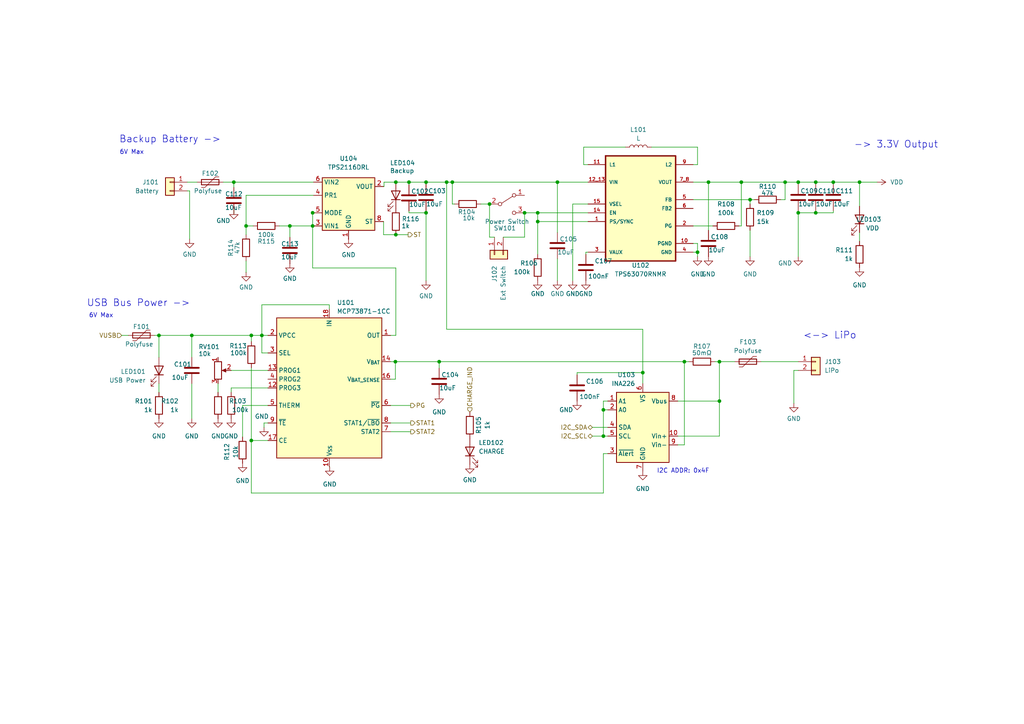
<source format=kicad_sch>
(kicad_sch (version 20250114) (generator "eeschema") (generator_version "9.0")
  (paper "A4")
  (lib_symbols
    (symbol "Battery_Management:MCP73871-1CC"
      (property "Reference" "U" (at -7.62 24.13 0))
      (property "Value" "MCP73871-1CC" (at -15.24 21.59 0))
      (symbol "MCP73871-1CC_0_1"
        (rectangle (start -15.24 20.32) (end 15.24 -20.32) (stroke (width 0.254)) (fill (type background)))
      )
      (symbol "MCP73871-1CC_1_1"
        (pin input line (at -17.78 15.24 0) (length 2.54) (name "VPCC") (number "2"))
        (pin input line (at -17.78 10.16 0) (length 2.54) (name "SEL") (number "3"))
        (pin bidirectional line (at -17.78 5.08 0) (length 2.54) (name "PROG1") (number "13"))
        (pin input line (at -17.78 2.54 0) (length 2.54) (name "PROG2") (number "4"))
        (pin bidirectional line (at -17.78 0 0) (length 2.54) (name "PROG3") (number "12"))
        (pin bidirectional line (at -17.78 -5.08 0) (length 2.54) (name "THERM") (number "5"))
        (pin input line (at -17.78 -10.16 0) (length 2.54) (name "~{TE}") (number "9"))
        (pin input line (at -17.78 -15.24 0) (length 2.54) (name "CE") (number "17"))
        (pin power_in line (at 0 22.86 270) (length 2.54) (name "IN") (number "18"))
        (pin passive line (at 0 22.86 270) (length 2.54) (hide yes) (name "IN") (number "19"))
        (pin power_in line (at 0 -22.86 90) (length 2.54) (name "V_{SS}") (number "10"))
        (pin passive line (at 0 -22.86 90) (length 2.54) (hide yes) (name "V_{SS}") (number "11"))
        (pin passive line (at 0 -22.86 90) (length 2.54) (hide yes) (name "V_{SS}") (number "21"))
        (pin power_out line (at 17.78 15.24 180) (length 2.54) (name "OUT") (number "1"))
        (pin passive line (at 17.78 15.24 180) (length 2.54) (hide yes) (name "OUT") (number "20"))
        (pin power_out line (at 17.78 7.62 180) (length 2.54) (name "V_{BAT}") (number "14"))
        (pin passive line (at 17.78 7.62 180) (length 2.54) (hide yes) (name "V_{BAT}") (number "15"))
        (pin input line (at 17.78 2.54 180) (length 2.54) (name "V_{BAT_SENSE}") (number "16"))
        (pin open_collector line (at 17.78 -5.08 180) (length 2.54) (name "~{PG}") (number "6"))
        (pin open_collector line (at 17.78 -10.16 180) (length 2.54) (name "STAT1/~{LBO}") (number "8"))
        (pin open_collector line (at 17.78 -12.7 180) (length 2.54) (name "STAT2") (number "7"))
      )
    )
    (symbol "Connector_Generic:Conn_01x02" (pin_names (offset 1.016) (hide yes))
      (property "Reference" "J" (at 0 2.54 0))
      (property "Value" "Conn_01x02" (at 0 -5.08 0))
      (symbol "Conn_01x02_1_1"
        (rectangle (start -1.27 1.27) (end 1.27 -3.81) (stroke (width 0.254)) (fill (type background)))
        (rectangle (start -1.27 0.127) (end 0 -0.127) (stroke (width 0.1524)))
        (rectangle (start -1.27 -2.413) (end 0 -2.667) (stroke (width 0.1524)))
        (pin passive line (at -5.08 0 0) (length 3.81) (name "Pin_1") (number "1"))
        (pin passive line (at -5.08 -2.54 0) (length 3.81) (name "Pin_2") (number "2"))
      )
    )
    (symbol "Device:C" (pin_numbers (hide yes)) (pin_names (offset 0.254))
      (property "Reference" "C" (at 0.635 2.54 0))
      (property "Value" "C" (at 0.635 -2.54 0))
      (symbol "C_0_1"
        (polyline (pts (xy -2.032 0.762) (xy 2.032 0.762)) (stroke (width 0.508)))
        (polyline (pts (xy -2.032 -0.762) (xy 2.032 -0.762)) (stroke (width 0.508)))
      )
      (symbol "C_1_1"
        (pin passive line (at 0 3.81 270) (length 2.794) (name "~") (number "1"))
        (pin passive line (at 0 -3.81 90) (length 2.794) (name "~") (number "2"))
      )
    )
    (symbol "Device:L" (pin_numbers (hide yes)) (pin_names (offset 1.016) (hide yes))
      (property "Reference" "L" (at -1.27 0 90))
      (property "Value" "L" (at 1.905 0 90))
      (symbol "L_0_1"
        (arc (start 0 2.54) (mid 0.6323 1.905) (end 0 1.27))
        (arc (start 0 1.27) (mid 0.6323 0.635) (end 0 0))
        (arc (start 0 0) (mid 0.6323 -0.635) (end 0 -1.27))
        (arc (start 0 -1.27) (mid 0.6323 -1.905) (end 0 -2.54))
      )
      (symbol "L_1_1"
        (pin passive line (at 0 3.81 270) (length 1.27) (name "1") (number "1"))
        (pin passive line (at 0 -3.81 90) (length 1.27) (name "2") (number "2"))
      )
    )
    (symbol "Device:LED" (pin_numbers (hide yes)) (pin_names (offset 1.016) (hide yes))
      (property "Reference" "D" (at 0 2.54 0))
      (property "Value" "LED" (at 0 -2.54 0))
      (symbol "LED_0_1"
        (polyline (pts (xy -3.048 -0.762) (xy -4.572 -2.286) (xy -3.81 -2.286) (xy -4.572 -2.286) (xy -4.572 -1.524)))
        (polyline (pts (xy -1.778 -0.762) (xy -3.302 -2.286) (xy -2.54 -2.286) (xy -3.302 -2.286) (xy -3.302 -1.524)))
        (polyline (pts (xy -1.27 0) (xy 1.27 0)))
        (polyline (pts (xy -1.27 -1.27) (xy -1.27 1.27)) (stroke (width 0.254)))
        (polyline (pts (xy 1.27 -1.27) (xy 1.27 1.27) (xy -1.27 0) (xy 1.27 -1.27)) (stroke (width 0.254)))
      )
      (symbol "LED_1_1"
        (pin passive line (at -3.81 0 0) (length 2.54) (name "K") (number "1"))
        (pin passive line (at 3.81 0 180) (length 2.54) (name "A") (number "2"))
      )
    )
    (symbol "Device:Polyfuse" (pin_numbers (hide yes)) (pin_names (offset 0))
      (property "Reference" "F" (at -2.54 0 90))
      (property "Value" "Polyfuse" (at 2.54 0 90))
      (symbol "Polyfuse_0_1"
        (polyline (pts (xy -1.524 2.54) (xy -1.524 1.524) (xy 1.524 -1.524) (xy 1.524 -2.54)))
        (rectangle (start -0.762 2.54) (end 0.762 -2.54) (stroke (width 0.254)))
        (polyline (pts (xy 0 2.54) (xy 0 -2.54)))
      )
      (symbol "Polyfuse_1_1"
        (pin passive line (at 0 3.81 270) (length 1.27) (name "~") (number "1"))
        (pin passive line (at 0 -3.81 90) (length 1.27) (name "~") (number "2"))
      )
    )
    (symbol "Device:R" (pin_numbers (hide yes)) (pin_names (offset 0))
      (property "Reference" "R" (at 2.032 0 90))
      (property "Value" "R" (at 0 0 90))
      (symbol "R_0_1"
        (rectangle (start -1.016 -2.54) (end 1.016 2.54) (stroke (width 0.254)))
      )
      (symbol "R_1_1"
        (pin passive line (at 0 3.81 270) (length 1.27) (name "~") (number "1"))
        (pin passive line (at 0 -3.81 90) (length 1.27) (name "~") (number "2"))
      )
    )
    (symbol "Device:R_Potentiometer" (pin_names (offset 1.016) (hide yes))
      (property "Reference" "RV" (at -4.445 0 90))
      (property "Value" "R_Potentiometer" (at -2.54 0 90))
      (symbol "R_Potentiometer_0_1"
        (rectangle (start 1.016 2.54) (end -1.016 -2.54) (stroke (width 0.254)))
        (polyline (pts (xy 1.143 0) (xy 2.286 0.508) (xy 2.286 -0.508) (xy 1.143 0)) (fill (type outline)))
        (polyline (pts (xy 2.54 0) (xy 1.524 0)))
      )
      (symbol "R_Potentiometer_1_1"
        (pin passive line (at 0 3.81 270) (length 1.27) (name "1") (number "1"))
        (pin passive line (at 0 -3.81 90) (length 1.27) (name "3") (number "3"))
        (pin passive line (at 3.81 0 180) (length 1.27) (name "2") (number "2"))
      )
    )
    (symbol "GND_1" (power) (pin_numbers (hide yes)) (pin_names (offset 0) (hide yes))
      (property "Value" "GND" (at 0 -3.81 0))
      (symbol "GND_1_0_1"
        (polyline (pts (xy 0 0) (xy 0 -1.27) (xy 1.27 -1.27) (xy 0 -2.54) (xy -1.27 -1.27) (xy 0 -1.27)))
      )
      (symbol "GND_1_1_1"
        (pin power_in line (at 0 0 270) (length 0) (name "~") (number "1"))
      )
    )
    (symbol "GND_2" (power) (pin_numbers (hide yes)) (pin_names (offset 0) (hide yes))
      (property "Value" "GND" (at 0 -3.81 0))
      (symbol "GND_2_0_1"
        (polyline (pts (xy 0 0) (xy 0 -1.27) (xy 1.27 -1.27) (xy 0 -2.54) (xy -1.27 -1.27) (xy 0 -1.27)))
      )
      (symbol "GND_2_1_1"
        (pin power_in line (at 0 0 270) (length 0) (name "~") (number "1"))
      )
    )
    (symbol "Power_Management:TPS2116DRL"
      (property "Reference" "U306" (at 0 13.208 0))
      (property "Value" "TPS2116DRL" (at 0 10.668 0))
      (symbol "TPS2116DRL_0_1"
        (rectangle (start -7.62 7.62) (end 7.62 -7.62) (stroke (width 0.254)) (fill (type background)))
      )
      (symbol "TPS2116DRL_1_0"
        (pin power_out line (at 10.16 5.08 180) (length 2.54) (hide yes) (name "VOUT") (number "7"))
      )
      (symbol "TPS2116DRL_1_1"
        (pin power_in line (at -10.16 6.35 0) (length 2.54) (name "VIN2") (number "6"))
        (pin input line (at -10.16 2.54 0) (length 2.54) (name "PR1") (number "4"))
        (pin input line (at -10.16 -2.54 0) (length 2.54) (name "MODE") (number "5"))
        (pin power_in line (at -10.16 -6.35 0) (length 2.54) (name "VIN1") (number "3"))
        (pin power_in line (at 0 -10.16 90) (length 2.54) (name "GND") (number "1"))
        (pin power_out line (at 10.16 5.08 180) (length 2.54) (name "VOUT") (number "2"))
        (pin open_collector line (at 10.16 -5.08 180) (length 2.54) (name "ST") (number "8"))
      )
    )
    (symbol "Sensor_Energy:INA226"
      (property "Reference" "U" (at -6.35 11.43 0))
      (property "Value" "INA226" (at 3.81 11.43 0))
      (symbol "INA226_0_1"
        (rectangle (start 7.62 10.16) (end -7.62 -10.16) (stroke (width 0.254)) (fill (type background)))
      )
      (symbol "INA226_1_1"
        (pin input line (at -10.16 7.62 0) (length 2.54) (name "Vbus") (number "8"))
        (pin input line (at -10.16 -2.54 0) (length 2.54) (name "Vin+") (number "10"))
        (pin input line (at -10.16 -5.08 0) (length 2.54) (name "Vin-") (number "9"))
        (pin power_in line (at 0 12.7 270) (length 2.54) (name "VS") (number "6"))
        (pin power_in line (at 0 -12.7 90) (length 2.54) (name "GND") (number "7"))
        (pin input line (at 10.16 7.62 180) (length 2.54) (name "A1") (number "1"))
        (pin input line (at 10.16 5.08 180) (length 2.54) (name "A0") (number "2"))
        (pin bidirectional line (at 10.16 0 180) (length 2.54) (name "SDA") (number "4"))
        (pin input line (at 10.16 -2.54 180) (length 2.54) (name "SCL") (number "5"))
        (pin open_collector line (at 10.16 -7.62 180) (length 2.54) (name "~{Alert}") (number "3"))
      )
    )
    (symbol "Switch:SW_SPDT" (pin_names (offset 0) (hide yes))
      (property "Reference" "SW" (at 0 4.318 0))
      (property "Value" "SW_SPDT" (at 0 -5.08 0))
      (symbol "SW_SPDT_0_0"
        (circle (center -2.032 0) (radius 0.508))
        (circle (center 2.032 -2.54) (radius 0.508))
      )
      (symbol "SW_SPDT_0_1"
        (polyline (pts (xy -1.524 0.254) (xy 1.651 2.286)))
        (circle (center 2.032 2.54) (radius 0.508))
      )
      (symbol "SW_SPDT_1_1"
        (pin passive line (at -5.08 0 0) (length 2.54) (name "B") (number "2"))
        (pin passive line (at 5.08 2.54 180) (length 2.54) (name "A") (number "1"))
        (pin passive line (at 5.08 -2.54 180) (length 2.54) (name "C") (number "3"))
      )
    )
    (symbol "WOBCLibrary:TPS63070RNMR" (pin_names (offset 1.016))
      (property "Reference" "U" (at -12.7 29.21 0))
      (property "Value" "TPS63070RNMR" (at -12.7 -19.24 0))
      (symbol "TPS63070RNMR_0_0"
        (rectangle (start -10.16 15.24) (end 10.16 -15.24) (stroke (width 0.41)) (fill (type background)))
        (pin bidirectional line (at -15.24 12.7 0) (length 5.08) (name "L1") (number "11"))
        (pin input line (at -15.24 7.62 0) (length 5.08) (name "VIN") (number "12_13"))
        (pin input line (at -15.24 1.27 0) (length 5.08) (name "VSEL") (number "15"))
        (pin input line (at -15.24 -1.27 0) (length 5.08) (name "EN") (number "14"))
        (pin input line (at -15.24 -3.81 0) (length 5.08) (name "PS/SYNC") (number "1"))
        (pin output line (at -15.24 -12.7 0) (length 5.08) (name "VAUX") (number "3"))
        (pin bidirectional line (at 15.24 12.7 180) (length 5.08) (name "L2") (number "9"))
        (pin output line (at 15.24 7.62 180) (length 5.08) (name "VOUT") (number "7_8"))
        (pin input line (at 15.24 2.54 180) (length 5.08) (name "FB") (number "5"))
        (pin output line (at 15.24 0 180) (length 5.08) (name "FB2") (number "6"))
        (pin output line (at 15.24 -5.08 180) (length 5.08) (name "PG") (number "2"))
        (pin power_in line (at 15.24 -10.16 180) (length 5.08) (name "PGND") (number "10"))
        (pin power_in line (at 15.24 -12.7 180) (length 5.08) (name "GND") (number "4"))
      )
    )
    (symbol "power:GND" (power) (pin_names (offset 0))
      (property "Value" "GND" (at 0 -3.81 0))
      (symbol "GND_0_1"
        (polyline (pts (xy 0 0) (xy 0 -1.27) (xy 1.27 -1.27) (xy 0 -2.54) (xy -1.27 -1.27) (xy 0 -1.27)))
      )
      (symbol "GND_1_1"
        (pin power_in line (at 0 0 270) (length 0) (hide yes) (name "GND") (number "1"))
      )
    )
    (symbol "power:VDD" (power) (pin_names (offset 0))
      (property "Value" "VDD" (at 0 3.81 0))
      (symbol "VDD_0_1"
        (polyline (pts (xy -0.762 1.27) (xy 0 2.54)))
        (polyline (pts (xy 0 2.54) (xy 0.762 1.27)))
        (polyline (pts (xy 0 0) (xy 0 2.54)))
      )
      (symbol "VDD_1_1"
        (pin power_in line (at 0 0 90) (length 0) (hide yes) (name "VDD") (number "1"))
      )
    )
  )
  (text "USB Bus Power ->" (at 25.146 89.154 0) (effects (font (size 2 2)) (justify left bottom)))
  (text "6V Max" (at 25.781 92.329 0) (effects (font (size 1.27 1.27)) (justify left bottom)))
  (text "Backup Battery ->" (at 34.544 41.656 0) (effects (font (size 2 2)) (justify left bottom)))
  (text "6V Max" (at 34.671 44.958 0) (effects (font (size 1.27 1.27)) (justify left bottom)))
  (text "I2C ADDR: 0x4F" (at 190.5 137.414 0) (effects (font (size 1.27 1.27)) (justify left bottom)))
  (text "<-> LiPo" (at 232.918 98.552 0) (effects (font (size 2 2)) (justify left bottom)))
  (text "-> 3.3V Output" (at 247.65 43.18 0) (effects (font (size 2 2)) (justify left bottom)))
  (junction (at 67.818 52.832))
  (junction (at 215.011 52.832))
  (junction (at 231.521 61.722))
  (junction (at 155.956 64.262))
  (junction (at 227.711 52.832))
  (junction (at 202.311 73.152))
  (junction (at 90.678 65.532))
  (junction (at 217.551 57.912))
  (junction (at 236.601 61.722))
  (junction (at 186.436 108.077))
  (junction (at 46.101 97.282))
  (junction (at 161.671 52.832))
  (junction (at 114.808 68.072))
  (junction (at 118.618 52.832))
  (junction (at 175.006 126.492))
  (junction (at 231.521 52.832))
  (junction (at 198.501 104.902))
  (junction (at 123.571 61.722))
  (junction (at 236.601 52.832))
  (junction (at 84.074 65.532))
  (junction (at 90.678 61.722))
  (junction (at 114.681 104.902))
  (junction (at 55.626 97.282))
  (junction (at 71.374 65.532))
  (junction (at 175.006 118.872))
  (junction (at 129.54 52.832))
  (junction (at 75.946 97.282))
  (junction (at 208.661 116.332))
  (junction (at 123.571 52.832))
  (junction (at 249.301 52.832))
  (junction (at 141.986 59.182))
  (junction (at 72.898 97.282))
  (junction (at 241.681 52.832))
  (junction (at 114.808 52.832))
  (junction (at 205.486 52.832))
  (junction (at 155.956 61.722))
  (junction (at 152.146 61.722))
  (junction (at 131.191 52.832))
  (junction (at 72.898 127.762))
  (junction (at 208.661 104.902))
  (junction (at 127.381 104.902))
  (wire (pts (xy 131.191 59.182) (xy 131.191 52.832)))
  (wire (pts (xy 230.251 107.442) (xy 231.521 107.442)))
  (wire (pts (xy 129.54 52.832) (xy 131.191 52.832)))
  (wire (pts (xy 217.551 57.912) (xy 218.821 57.912)))
  (wire (pts (xy 90.678 65.532) (xy 90.932 65.532)))
  (wire (pts (xy 67.056 107.442) (xy 77.724 107.442)))
  (wire (pts (xy 186.436 108.077) (xy 186.436 111.252)))
  (wire (pts (xy 72.898 97.282) (xy 72.898 99.06)))
  (wire (pts (xy 113.284 122.682) (xy 119.126 122.682)))
  (wire (pts (xy 230.251 116.967) (xy 230.251 107.442)))
  (wire (pts (xy 161.671 52.832) (xy 170.561 52.832)))
  (wire (pts (xy 76.581 122.682) (xy 77.724 122.682)))
  (wire (pts (xy 129.54 52.832) (xy 129.54 95.504)))
  (wire (pts (xy 236.601 61.087) (xy 236.601 61.722)))
  (wire (pts (xy 236.601 52.832) (xy 241.681 52.832)))
  (wire (pts (xy 175.006 118.872) (xy 175.006 116.332)))
  (wire (pts (xy 220.726 104.902) (xy 231.521 104.902)))
  (wire (pts (xy 217.551 59.182) (xy 217.551 57.912)))
  (wire (pts (xy 206.756 65.532) (xy 201.041 65.532)))
  (wire (pts (xy 169.291 47.752) (xy 170.561 47.752)))
  (wire (pts (xy 202.311 42.672) (xy 202.311 47.752)))
  (wire (pts (xy 114.808 68.072) (xy 111.252 68.072)))
  (wire (pts (xy 67.056 113.792) (xy 67.056 112.522)))
  (wire (pts (xy 155.956 64.262) (xy 155.956 73.787)))
  (wire (pts (xy 90.678 77.724) (xy 114.808 77.724)))
  (wire (pts (xy 35.306 97.282) (xy 37.211 97.282)))
  (wire (pts (xy 55.626 111.252) (xy 55.626 121.412)))
  (wire (pts (xy 72.898 127.762) (xy 72.898 143.002)))
  (wire (pts (xy 54.356 55.372) (xy 54.991 55.372)))
  (wire (pts (xy 129.54 95.504) (xy 186.436 95.504)))
  (wire (pts (xy 90.932 61.722) (xy 90.678 61.722)))
  (wire (pts (xy 207.391 104.902) (xy 208.661 104.902)))
  (wire (pts (xy 202.311 73.152) (xy 201.041 73.152)))
  (wire (pts (xy 95.504 135.382) (xy 95.631 135.382)))
  (wire (pts (xy 111.379 52.832) (xy 111.379 54.102)))
  (wire (pts (xy 71.374 75.692) (xy 71.374 78.994)))
  (wire (pts (xy 236.601 61.722) (xy 231.521 61.722)))
  (wire (pts (xy 67.818 52.832) (xy 90.932 52.832)))
  (wire (pts (xy 241.681 52.832) (xy 249.301 52.832)))
  (wire (pts (xy 55.626 97.282) (xy 72.898 97.282)))
  (wire (pts (xy 67.818 52.832) (xy 67.818 54.356)))
  (wire (pts (xy 114.681 104.902) (xy 113.284 104.902)))
  (wire (pts (xy 114.681 109.982) (xy 114.681 104.902)))
  (wire (pts (xy 208.661 116.332) (xy 208.661 104.902)))
  (wire (pts (xy 77.724 117.602) (xy 70.358 117.602)))
  (wire (pts (xy 141.986 68.7894) (xy 141.986 59.182)))
  (wire (pts (xy 167.386 108.077) (xy 186.436 108.077)))
  (wire (pts (xy 67.818 61.976) (xy 67.818 60.96)))
  (wire (pts (xy 175.006 131.572) (xy 176.276 131.572)))
  (wire (pts (xy 118.618 61.722) (xy 123.571 61.722)))
  (wire (pts (xy 241.681 61.722) (xy 236.601 61.722)))
  (wire (pts (xy 217.551 66.802) (xy 217.551 74.422)))
  (wire (pts (xy 171.831 123.952) (xy 176.276 123.952)))
  (wire (pts (xy 84.074 65.532) (xy 84.074 68.834)))
  (wire (pts (xy 145.9548 68.7894) (xy 152.146 68.7894)))
  (wire (pts (xy 201.041 52.832) (xy 205.486 52.832)))
  (wire (pts (xy 131.191 52.832) (xy 161.671 52.832)))
  (wire (pts (xy 196.596 129.032) (xy 198.501 129.032)))
  (wire (pts (xy 123.571 61.722) (xy 123.571 81.407)))
  (wire (pts (xy 227.711 52.832) (xy 231.521 52.832)))
  (wire (pts (xy 139.446 59.182) (xy 141.986 59.182)))
  (wire (pts (xy 46.101 113.792) (xy 46.101 111.252)))
  (wire (pts (xy 169.926 73.787) (xy 169.926 73.152)))
  (wire (pts (xy 118.618 61.214) (xy 118.618 61.722)))
  (wire (pts (xy 114.808 77.724) (xy 114.808 97.282)))
  (wire (pts (xy 198.501 104.902) (xy 199.771 104.902)))
  (wire (pts (xy 123.571 61.087) (xy 123.571 61.722)))
  (wire (pts (xy 175.006 118.872) (xy 175.006 126.492)))
  (wire (pts (xy 171.831 126.492) (xy 175.006 126.492)))
  (wire (pts (xy 84.074 65.532) (xy 90.678 65.532)))
  (wire (pts (xy 118.618 52.832) (xy 123.571 52.832)))
  (wire (pts (xy 44.831 97.282) (xy 46.101 97.282)))
  (wire (pts (xy 241.681 52.832) (xy 241.681 53.467)))
  (wire (pts (xy 169.291 42.672) (xy 169.291 47.752)))
  (wire (pts (xy 176.276 118.872) (xy 175.006 118.872)))
  (wire (pts (xy 71.374 56.642) (xy 90.932 56.642)))
  (wire (pts (xy 249.301 52.832) (xy 254.381 52.832)))
  (wire (pts (xy 90.678 65.532) (xy 90.678 77.724)))
  (wire (pts (xy 155.956 61.722) (xy 170.561 61.722)))
  (wire (pts (xy 90.678 61.468) (xy 90.678 61.722)))
  (wire (pts (xy 202.311 47.752) (xy 201.041 47.752)))
  (wire (pts (xy 241.681 61.087) (xy 241.681 61.722)))
  (wire (pts (xy 198.501 104.902) (xy 198.501 129.032)))
  (wire (pts (xy 114.808 97.282) (xy 113.284 97.282)))
  (wire (pts (xy 175.006 143.002) (xy 175.006 131.572)))
  (wire (pts (xy 75.946 97.282) (xy 77.724 97.282)))
  (wire (pts (xy 215.011 52.832) (xy 227.711 52.832)))
  (wire (pts (xy 170.561 59.182) (xy 166.116 59.182)))
  (wire (pts (xy 123.571 52.832) (xy 123.571 53.467)))
  (wire (pts (xy 152.146 68.7894) (xy 152.146 61.722)))
  (wire (pts (xy 75.946 102.362) (xy 75.946 97.282)))
  (wire (pts (xy 196.596 116.332) (xy 208.661 116.332)))
  (wire (pts (xy 76.581 123.952) (xy 76.581 122.682)))
  (wire (pts (xy 127.381 106.807) (xy 127.381 104.902)))
  (wire (pts (xy 119.126 125.222) (xy 113.284 125.222)))
  (wire (pts (xy 231.521 61.722) (xy 231.521 61.087)))
  (wire (pts (xy 208.661 104.902) (xy 213.106 104.902)))
  (wire (pts (xy 167.386 108.712) (xy 167.386 108.077)))
  (wire (pts (xy 111.252 68.072) (xy 111.252 64.262)))
  (wire (pts (xy 214.376 65.532) (xy 215.011 65.532)))
  (wire (pts (xy 202.311 73.152) (xy 202.311 74.422)))
  (wire (pts (xy 201.041 57.912) (xy 217.551 57.912)))
  (wire (pts (xy 72.898 106.68) (xy 72.898 127.762)))
  (wire (pts (xy 226.441 57.912) (xy 227.711 57.912)))
  (wire (pts (xy 118.364 68.072) (xy 114.808 68.072)))
  (wire (pts (xy 113.284 109.982) (xy 114.681 109.982)))
  (wire (pts (xy 170.561 64.262) (xy 155.956 64.262)))
  (wire (pts (xy 77.724 102.362) (xy 75.946 102.362)))
  (wire (pts (xy 205.486 52.832) (xy 215.011 52.832)))
  (wire (pts (xy 55.626 97.282) (xy 55.626 103.632)))
  (wire (pts (xy 54.991 55.372) (xy 54.991 69.342)))
  (wire (pts (xy 175.006 126.492) (xy 176.276 126.492)))
  (wire (pts (xy 127.381 104.902) (xy 198.501 104.902)))
  (wire (pts (xy 205.486 52.832) (xy 205.486 66.802)))
  (wire (pts (xy 202.311 70.612) (xy 202.311 73.152)))
  (wire (pts (xy 161.671 67.437) (xy 161.671 52.832)))
  (wire (pts (xy 131.826 59.182) (xy 131.191 59.182)))
  (wire (pts (xy 111.379 52.832) (xy 114.808 52.832)))
  (wire (pts (xy 155.956 61.722) (xy 155.956 64.262)))
  (wire (pts (xy 227.711 57.912) (xy 227.711 52.832)))
  (wire (pts (xy 215.011 65.532) (xy 215.011 52.832)))
  (wire (pts (xy 71.374 65.532) (xy 71.374 68.072)))
  (wire (pts (xy 71.374 56.642) (xy 71.374 65.532)))
  (wire (pts (xy 113.284 117.602) (xy 119.126 117.602)))
  (wire (pts (xy 118.618 52.832) (xy 118.618 53.594)))
  (wire (pts (xy 161.671 75.057) (xy 161.671 81.407)))
  (wire (pts (xy 72.898 127.762) (xy 77.724 127.762)))
  (wire (pts (xy 152.146 61.722) (xy 155.956 61.722)))
  (wire (pts (xy 175.006 116.332) (xy 176.276 116.332)))
  (wire (pts (xy 81.026 65.532) (xy 84.074 65.532)))
  (wire (pts (xy 166.116 59.182) (xy 166.116 81.407)))
  (wire (pts (xy 196.596 126.492) (xy 208.661 126.492)))
  (wire (pts (xy 75.946 88.392) (xy 75.946 97.282)))
  (wire (pts (xy 123.571 52.832) (xy 129.54 52.832)))
  (wire (pts (xy 67.056 112.522) (xy 77.724 112.522)))
  (wire (pts (xy 169.926 73.152) (xy 170.561 73.152)))
  (wire (pts (xy 201.041 70.612) (xy 202.311 70.612)))
  (wire (pts (xy 111.379 54.102) (xy 111.252 54.102)))
  (wire (pts (xy 64.77 52.832) (xy 67.818 52.832)))
  (wire (pts (xy 54.356 52.832) (xy 57.15 52.832)))
  (wire (pts (xy 95.504 88.392) (xy 75.946 88.392)))
  (wire (pts (xy 72.898 97.282) (xy 75.946 97.282)))
  (wire (pts (xy 95.504 89.662) (xy 95.504 88.392)))
  (wire (pts (xy 231.521 52.832) (xy 231.521 53.467)))
  (wire (pts (xy 72.898 143.002) (xy 175.006 143.002)))
  (wire (pts (xy 46.101 97.282) (xy 55.626 97.282)))
  (wire (pts (xy 141.986 68.7894) (xy 143.4148 68.7894)))
  (wire (pts (xy 63.246 113.792) (xy 63.246 111.252)))
  (wire (pts (xy 249.301 69.977) (xy 249.301 67.437)))
  (wire (pts (xy 90.678 61.722) (xy 90.678 65.532)))
  (wire (pts (xy 249.301 52.832) (xy 249.301 59.817)))
  (wire (pts (xy 181.356 42.672) (xy 169.291 42.672)))
  (wire (pts (xy 71.374 65.532) (xy 73.406 65.532)))
  (wire (pts (xy 114.681 104.902) (xy 127.381 104.902)))
  (wire (pts (xy 231.521 61.722) (xy 231.521 74.422)))
  (wire (pts (xy 114.808 52.832) (xy 118.618 52.832)))
  (wire (pts (xy 46.101 97.282) (xy 46.101 103.632)))
  (wire (pts (xy 236.601 52.832) (xy 236.601 53.467)))
  (wire (pts (xy 188.976 42.672) (xy 202.311 42.672)))
  (wire (pts (xy 70.358 117.602) (xy 70.358 126.746)))
  (wire (pts (xy 231.521 52.832) (xy 236.601 52.832)))
  (wire (pts (xy 208.661 126.492) (xy 208.661 116.332)))
  (wire (pts (xy 186.436 95.504) (xy 186.436 108.077)))
  (hierarchical_label "STAT1" (shape output) (at 119.126 122.682 0))
  (hierarchical_label "STAT2" (shape output) (at 119.126 125.222 0))
  (hierarchical_label "I2C_SCL" (shape bidirectional) (at 171.831 126.492 180))
  (hierarchical_label "ST" (shape output) (at 118.364 68.072 0))
  (hierarchical_label "PG" (shape output) (at 119.126 117.602 0))
  (hierarchical_label "CHARGE_IND" (shape input) (at 136.271 119.507 90))
  (hierarchical_label "I2C_SDA" (shape bidirectional) (at 171.831 123.952 180))
  (hierarchical_label "VUSB" (shape input) (at 35.306 97.282 180))
  (symbol (lib_id "Device:LED") (at 114.808 56.642 270) (mirror x) (unit 1)
    (property "Reference" "LED104" (at 120.396 47.244 90) (effects (justify right)))
    (property "Value" "Backup" (at 120.142 49.53 90) (effects (justify right)))
    (property "Footprint" "LED_SMD:LED_0805_2012Metric" (effects (hide yes)))
    (property "Description" "Light emitting diode" (effects (hide yes)))
    (property "LCSC" "C2296" (effects (hide yes)))
  )
  (symbol (lib_id "power:GND") (at 127.381 114.427 0) (unit 1)
    (property "Reference" "#PWR0109" (effects (hide yes)))
    (property "Value" "GND" (at 127.381 119.507 0))
  )
  (symbol (lib_id "Device:C") (at 84.074 72.644 0) (unit 1)
    (property "Reference" "C113" (at 81.534 70.739 0) (effects (justify left)))
    (property "Value" "10uF" (at 81.534 74.549 0) (effects (justify left)))
    (property "Footprint" "Capacitor_SMD:C_0603_1608Metric" (effects (hide yes)))
    (property "LCSC" "C96446" (effects (hide yes)))
  )
  (symbol (lib_id "power:GND") (at 95.631 135.382 0) (unit 1)
    (property "Reference" "#PWR0107" (effects (hide yes)))
    (property "Value" "GND" (at 95.631 140.462 0))
  )
  (symbol (lib_id "Device:C") (at 55.626 107.442 0) (unit 1)
    (property "Reference" "C101" (at 50.419 105.664 0) (effects (justify left)))
    (property "Value" "10uF" (at 49.784 109.474 0) (effects (justify left)))
    (property "Footprint" "Capacitor_SMD:C_0603_1608Metric" (effects (hide yes)))
    (property "Description" "Unpolarized capacitor" (effects (hide yes)))
    (property "LCSC" "C96446" (effects (hide yes)))
  )
  (symbol (lib_id "Device:C") (at 236.601 57.277 0) (unit 1)
    (property "Reference" "C110" (at 237.236 55.372 0) (effects (justify left)))
    (property "Value" "10uF" (at 236.601 59.182 0) (effects (justify left)))
    (property "Footprint" "Capacitor_SMD:C_0805_2012Metric" (effects (hide yes)))
    (property "Description" "Unpolarized capacitor" (effects (hide yes)))
    (property "LCSC" "C15850" (effects (hide yes)))
  )
  (symbol (lib_id "Device:Polyfuse") (at 60.96 52.832 90) (unit 1)
    (property "Reference" "F102" (at 60.96 50.292 90))
    (property "Value" "Polyfuse" (at 60.325 55.372 90))
    (property "Footprint" "Fuse:Fuse_1206_3216Metric" (effects (hide yes)))
    (property "Description" "Resettable fuse, polymeric positive temperature coefficient" (effects (hide yes)))
    (property "LCSC" " C883133" (effects (hide yes)))
  )
  (symbol (lib_id "Device:LED") (at 249.301 63.627 270) (mirror x) (unit 1)
    (property "Reference" "LED103" (at 255.651 63.627 90) (effects (justify right)))
    (property "Value" "VDD" (at 255.016 66.167 90) (effects (justify right)))
    (property "Footprint" "LED_SMD:LED_0805_2012Metric" (effects (hide yes)))
    (property "Description" "Light emitting diode" (effects (hide yes)))
    (property "LCSC" "C2297" (effects (hide yes)))
  )
  (symbol (lib_id "Device:R") (at 46.101 117.602 0) (mirror y) (unit 1)
    (property "Reference" "R101" (at 44.196 116.332 0) (effects (justify left)))
    (property "Value" "1k" (at 44.196 118.872 0) (effects (justify left)))
    (property "Footprint" "Resistor_SMD:R_0402_1005Metric" (effects (hide yes)))
    (property "Description" "Resistor" (effects (hide yes)))
    (property "LCSC" "C11702" (effects (hide yes)))
  )
  (symbol (lib_id "Device:C") (at 118.618 57.404 0) (unit 1)
    (property "Reference" "C102" (at 119.253 55.499 0) (effects (justify left)))
    (property "Value" "10uF" (at 118.618 59.309 0) (effects (justify left)))
    (property "Footprint" "Capacitor_SMD:C_0805_2012Metric" (effects (hide yes)))
    (property "Description" "Unpolarized capacitor" (effects (hide yes)))
    (property "LCSC" "C15850" (effects (hide yes)))
  )
  (symbol (lib_id "power:GND") (at 54.991 69.342 0) (unit 1)
    (property "Reference" "#PWR0102" (effects (hide yes)))
    (property "Value" "GND" (at 54.991 73.787 0))
  )
  (symbol (lib_id "Device:C") (at 231.521 57.277 0) (unit 1)
    (property "Reference" "C109" (at 232.156 55.372 0) (effects (justify left)))
    (property "Value" "10uF" (at 231.521 59.182 0) (effects (justify left)))
    (property "Footprint" "Capacitor_SMD:C_0805_2012Metric" (effects (hide yes)))
    (property "Description" "Unpolarized capacitor" (effects (hide yes)))
    (property "LCSC" "C15850" (effects (hide yes)))
  )
  (symbol (lib_id "Device:L") (at 185.166 42.672 90) (unit 1)
    (property "Reference" "L101" (at 185.166 37.592 90))
    (property "Value" "L" (at 185.166 40.132 90))
    (property "Footprint" "Inductor_SMD:L_Wuerth_WE-TPC-3816" (effects (hide yes)))
    (property "Description" "Inductor" (effects (hide yes)))
    (property "LCSC" " C3033018" (effects (hide yes)))
  )
  (symbol (lib_id "Connector_Generic:Conn_01x02") (at 236.601 104.902 0) (unit 1)
    (property "Reference" "J103" (at 239.141 104.902 0) (effects (justify left)))
    (property "Value" "LiPo" (at 239.141 107.442 0) (effects (justify left)))
    (property "Footprint" "Connector_JST:JST_PH_S2B-PH-K_1x02_P2.00mm_Horizontal" (effects (hide yes)))
    (property "Description" "Generic connector, single row, 01x02, script generated (kicad-library-utils/schlib/autogen/connector/)" (effects (hide yes)))
  )
  (symbol (lib_name "GND_2") (lib_id "power:GND") (at 101.092 69.342 0) (unit 1)
    (property "Reference" "#PWR0127" (effects (hide yes)))
    (property "Value" "GND" (at 101.092 73.914 0))
    (property "Description" "Power symbol creates a global label with name \"GND\" , ground" (effects (hide yes)))
  )
  (symbol (lib_id "power:GND") (at 202.311 74.422 0) (unit 1)
    (property "Reference" "#PWR0117" (effects (hide yes)))
    (property "Value" "GND" (at 202.311 79.502 0))
  )
  (symbol (lib_id "Device:R") (at 114.808 64.262 0) (mirror y) (unit 1)
    (property "Reference" "R116" (at 121.666 63.5 0) (effects (justify left)))
    (property "Value" "1k" (at 118.872 65.532 0) (effects (justify left)))
    (property "Footprint" "Resistor_SMD:R_0402_1005Metric" (effects (hide yes)))
    (property "Description" "Resistor" (effects (hide yes)))
    (property "LCSC" "C11702" (effects (hide yes)))
  )
  (symbol (lib_id "power:GND") (at 186.436 136.652 0) (unit 1)
    (property "Reference" "#PWR0116" (effects (hide yes)))
    (property "Value" "GND" (at 186.436 141.732 0))
  )
  (symbol (lib_id "power:GND") (at 167.386 116.332 0) (unit 1)
    (property "Reference" "#PWR0114" (effects (hide yes)))
    (property "Value" "GND" (at 164.211 118.872 0))
  )
  (symbol (lib_id "power:GND") (at 230.251 116.967 0) (unit 1)
    (property "Reference" "#PWR0120" (effects (hide yes)))
    (property "Value" "GND" (at 230.251 121.412 0))
  )
  (symbol (lib_id "Device:C") (at 205.486 70.612 0) (unit 1)
    (property "Reference" "C108" (at 206.121 68.707 0) (effects (justify left)))
    (property "Value" "10uF" (at 205.486 72.517 0) (effects (justify left)))
    (property "Footprint" "Capacitor_SMD:C_0603_1608Metric" (effects (hide yes)))
    (property "Description" "Unpolarized capacitor" (effects (hide yes)))
    (property "LCSC" "C96446" (effects (hide yes)))
  )
  (symbol (lib_name "GND_1") (lib_id "power:GND") (at 67.818 60.96 0) (unit 1)
    (property "Reference" "#PWR0125" (effects (hide yes)))
    (property "Value" "GND" (at 64.77 64.008 0))
    (property "Description" "Power symbol creates a global label with name \"GND\" , ground" (effects (hide yes)))
  )
  (symbol (lib_id "Device:C") (at 241.681 57.277 0) (unit 1)
    (property "Reference" "C111" (at 242.316 55.372 0) (effects (justify left)))
    (property "Value" "10uF" (at 241.681 59.182 0) (effects (justify left)))
    (property "Footprint" "Capacitor_SMD:C_0805_2012Metric" (effects (hide yes)))
    (property "Description" "Unpolarized capacitor" (effects (hide yes)))
    (property "LCSC" "C15850" (effects (hide yes)))
  )
  (symbol (lib_id "power:GND") (at 123.571 81.407 0) (unit 1)
    (property "Reference" "#PWR0108" (effects (hide yes)))
    (property "Value" "GND" (at 123.571 85.852 0))
  )
  (symbol (lib_id "Device:R") (at 222.631 57.912 90) (unit 1)
    (property "Reference" "R110" (at 222.631 54.102 90))
    (property "Value" "47k" (at 222.631 56.007 90))
    (property "Footprint" "Resistor_SMD:R_0402_1005Metric" (effects (hide yes)))
    (property "Description" "Resistor" (effects (hide yes)))
    (property "LCSC" "C25792" (effects (hide yes)))
  )
  (symbol (lib_id "Device:C") (at 169.926 77.597 0) (unit 1)
    (property "Reference" "C107" (at 172.466 75.692 0) (effects (justify left)))
    (property "Value" "100nF" (at 170.561 80.137 0) (effects (justify left)))
    (property "Footprint" "Capacitor_SMD:C_0402_1005Metric" (effects (hide yes)))
    (property "Description" "Unpolarized capacitor" (effects (hide yes)))
    (property "LCSC" "C1525" (effects (hide yes)))
  )
  (symbol (lib_id "power:GND") (at 249.301 77.597 0) (unit 1)
    (property "Reference" "#PWR0122" (effects (hide yes)))
    (property "Value" "GND" (at 249.301 82.677 0))
  )
  (symbol (lib_id "power:GND") (at 231.521 74.422 0) (unit 1)
    (property "Reference" "#PWR0121" (effects (hide yes)))
    (property "Value" "GND" (at 227.711 76.327 0))
  )
  (symbol (lib_id "Device:R") (at 203.581 104.902 90) (unit 1)
    (property "Reference" "R107" (at 203.581 100.457 90))
    (property "Value" "50mΩ" (at 203.581 102.362 90))
    (property "Footprint" "Resistor_SMD:R_0805_2012Metric" (effects (hide yes)))
    (property "Description" "Resistor" (effects (hide yes)))
    (property "LCSC" "C247602" (effects (hide yes)))
  )
  (symbol (lib_id "Device:R_Potentiometer") (at 63.246 107.442 0) (unit 1)
    (property "Reference" "RV101" (at 63.754 100.584 0) (effects (justify right)))
    (property "Value" "10k" (at 61.214 102.616 0) (effects (justify right)))
    (property "Footprint" "Potentiometer_SMD:Potentiometer_Bourns_TC33X_Vertical" (effects (hide yes)))
    (property "Description" "Potentiometer" (effects (hide yes)))
    (property "LCSC" "C719176 " (effects (hide yes)))
  )
  (symbol (lib_id "Device:C") (at 123.571 57.277 0) (unit 1)
    (property "Reference" "C103" (at 124.206 55.372 0) (effects (justify left)))
    (property "Value" "10uF" (at 123.571 59.182 0) (effects (justify left)))
    (property "Footprint" "Capacitor_SMD:C_0805_2012Metric" (effects (hide yes)))
    (property "Description" "Unpolarized capacitor" (effects (hide yes)))
    (property "LCSC" "C15850" (effects (hide yes)))
  )
  (symbol (lib_id "power:GND") (at 63.246 121.412 0) (unit 1)
    (property "Reference" "#PWR0104" (effects (hide yes)))
    (property "Value" "GND" (at 63.246 126.492 0))
  )
  (symbol (lib_id "Device:R") (at 63.246 117.602 0) (mirror y) (unit 1)
    (property "Reference" "R102" (at 51.816 116.332 0) (effects (justify left)))
    (property "Value" "1k" (at 51.816 118.872 0) (effects (justify left)))
    (property "Footprint" "Resistor_SMD:R_0402_1005Metric" (effects (hide yes)))
    (property "Description" "Resistor" (effects (hide yes)))
    (property "LCSC" "C11702" (effects (hide yes)))
  )
  (symbol (lib_id "Device:R") (at 136.271 123.317 180) (unit 1)
    (property "Reference" "R105" (at 138.811 123.317 90))
    (property "Value" "1k" (at 141.351 123.317 90))
    (property "Footprint" "Resistor_SMD:R_0402_1005Metric" (effects (hide yes)))
    (property "Description" "Resistor" (effects (hide yes)))
    (property "LCSC" "C11702" (effects (hide yes)))
  )
  (symbol (lib_id "Device:R") (at 155.956 77.597 0) (unit 1)
    (property "Reference" "R106" (at 150.876 76.327 0) (effects (justify left)))
    (property "Value" "100k" (at 148.971 78.867 0) (effects (justify left)))
    (property "Footprint" "Resistor_SMD:R_0402_1005Metric" (effects (hide yes)))
    (property "Description" "Resistor" (effects (hide yes)))
    (property "LCSC" "C25741" (effects (hide yes)))
  )
  (symbol (lib_id "power:GND") (at 136.271 134.747 0) (unit 1)
    (property "Reference" "#PWR0110" (effects (hide yes)))
    (property "Value" "GND" (at 136.271 139.192 0))
  )
  (symbol (lib_name "GND_1") (lib_id "power:GND") (at 71.374 78.994 0) (unit 1)
    (property "Reference" "#PWR0128" (effects (hide yes)))
    (property "Value" "GND" (at 71.374 83.312 0))
    (property "Description" "Power symbol creates a global label with name \"GND\" , ground" (effects (hide yes)))
  )
  (symbol (lib_id "power:GND") (at 155.956 81.407 0) (unit 1)
    (property "Reference" "#PWR0111" (effects (hide yes)))
    (property "Value" "GND" (at 155.956 85.217 0))
  )
  (symbol (lib_id "power:GND") (at 161.671 81.407 0) (unit 1)
    (property "Reference" "#PWR0112" (effects (hide yes)))
    (property "Value" "GND" (at 161.671 85.217 0))
  )
  (symbol (lib_id "Device:R") (at 249.301 73.787 0) (mirror y) (unit 1)
    (property "Reference" "R111" (at 247.396 72.517 0) (effects (justify left)))
    (property "Value" "1k" (at 247.396 75.057 0) (effects (justify left)))
    (property "Footprint" "Resistor_SMD:R_0402_1005Metric" (effects (hide yes)))
    (property "Description" "Resistor" (effects (hide yes)))
    (property "LCSC" "C11702" (effects (hide yes)))
  )
  (symbol (lib_id "Device:C") (at 67.818 58.166 0) (unit 1)
    (property "Reference" "C112" (at 65.278 56.261 0) (effects (justify left)))
    (property "Value" "10uF" (at 65.278 60.198 0) (effects (justify left)))
    (property "Footprint" "Capacitor_SMD:C_0603_1608Metric" (effects (hide yes)))
    (property "LCSC" "C96446" (effects (hide yes)))
  )
  (symbol (lib_id "power:VDD") (at 254.381 52.832 270) (unit 1)
    (property "Reference" "#PWR0123" (effects (hide yes)))
    (property "Value" "VDD" (at 258.191 52.832 90) (effects (justify left)))
  )
  (symbol (lib_id "Device:R") (at 210.566 65.532 270) (unit 1)
    (property "Reference" "R108" (at 210.566 59.182 90))
    (property "Value" "100k" (at 210.566 61.722 90))
    (property "Footprint" "Resistor_SMD:R_0402_1005Metric" (effects (hide yes)))
    (property "Description" "Resistor" (effects (hide yes)))
    (property "LCSC" "C25741" (effects (hide yes)))
  )
  (symbol (lib_id "power:GND") (at 67.056 121.412 0) (unit 1)
    (property "Reference" "#PWR0105" (effects (hide yes)))
    (property "Value" "GND" (at 67.056 126.492 0))
  )
  (symbol (lib_id "Power_Management:TPS2116DRL") (at 101.092 59.182 0) (unit 1)
    (property "Reference" "U104" (at 101.092 45.974 0))
    (property "Value" "TPS2116DRL" (at 101.092 48.514 0))
    (property "Footprint" "Package_TO_SOT_SMD:SOT-583-8" (effects (hide yes)))
    (property "Datasheet" "https://www.ti.com/lit/ds/symlink/tps2116.pdf" (effects (hide yes)))
    (property "Description" "2 Channnels Power Mux with Manual and Priority Switchover, 1.6-5.5V Input Voltage, 2.5A Output Current, Ron 40 mOhm, SOT-583-8" (effects (hide yes)))
  )
  (symbol (lib_id "power:GND") (at 55.626 121.412 0) (unit 1)
    (property "Reference" "#PWR0103" (effects (hide yes)))
    (property "Value" "GND" (at 55.626 126.492 0))
  )
  (symbol (lib_id "Device:C") (at 161.671 71.247 0) (unit 1)
    (property "Reference" "C105" (at 162.306 69.342 0) (effects (justify left)))
    (property "Value" "10uF" (at 161.671 73.152 0) (effects (justify left)))
    (property "Footprint" "Capacitor_SMD:C_0603_1608Metric" (effects (hide yes)))
    (property "Description" "Unpolarized capacitor" (effects (hide yes)))
    (property "LCSC" "C96446" (effects (hide yes)))
  )
  (symbol (lib_id "Device:R") (at 135.636 59.182 90) (unit 1)
    (property "Reference" "R104" (at 137.922 61.468 90) (effects (justify left)))
    (property "Value" "10k" (at 137.795 63.246 90) (effects (justify left)))
    (property "Footprint" "Resistor_SMD:R_0402_1005Metric" (effects (hide yes)))
    (property "Description" "Resistor" (effects (hide yes)))
    (property "LCSC" "C25744" (effects (hide yes)))
  )
  (symbol (lib_name "GND_1") (lib_id "power:GND") (at 84.074 76.454 0) (unit 1)
    (property "Reference" "#PWR0126" (effects (hide yes)))
    (property "Value" "GND" (at 84.074 80.772 0))
    (property "Description" "Power symbol creates a global label with name \"GND\" , ground" (effects (hide yes)))
  )
  (symbol (lib_id "Device:C") (at 167.386 112.522 0) (unit 1)
    (property "Reference" "C106" (at 169.926 110.617 0) (effects (justify left)))
    (property "Value" "100nF" (at 168.021 115.062 0) (effects (justify left)))
    (property "Footprint" "Capacitor_SMD:C_0402_1005Metric" (effects (hide yes)))
    (property "Description" "Unpolarized capacitor" (effects (hide yes)))
    (property "LCSC" "C1525" (effects (hide yes)))
  )
  (symbol (lib_id "Sensor_Energy:INA226") (at 186.436 123.952 0) (mirror y) (unit 1)
    (property "Reference" "U103" (at 184.2419 108.712 0) (effects (justify left)))
    (property "Value" "INA226" (at 184.2419 111.252 0) (effects (justify left)))
    (property "Footprint" "Package_SO:VSSOP-10_3x3mm_P0.5mm" (effects (hide yes)))
    (property "Description" "High-Side or Low-Side Measurement, Bi-Directional Current and Power Monitor (0-36V) with I2C Compatible Interface, VSSOP-10" (effects (hide yes)))
    (property "LCSC" "C49851" (effects (hide yes)))
  )
  (symbol (lib_id "power:GND") (at 76.581 123.952 0) (unit 1)
    (property "Reference" "#PWR0106" (effects (hide yes)))
    (property "Value" "GND" (at 75.946 120.777 0))
  )
  (symbol (lib_id "power:GND") (at 46.101 121.412 0) (unit 1)
    (property "Reference" "#PWR0101" (effects (hide yes)))
    (property "Value" "GND" (at 46.101 126.492 0))
  )
  (symbol (lib_id "power:GND") (at 205.486 74.422 0) (unit 1)
    (property "Reference" "#PWR0118" (effects (hide yes)))
    (property "Value" "GND" (at 205.486 79.502 0))
  )
  (symbol (lib_id "power:GND") (at 166.116 81.407 0) (unit 1)
    (property "Reference" "#PWR0113" (effects (hide yes)))
    (property "Value" "GND" (at 166.116 85.217 0))
  )
  (symbol (lib_id "Device:LED") (at 136.271 130.937 90) (unit 1)
    (property "Reference" "LED102" (at 138.811 128.397 90) (effects (justify right)))
    (property "Value" "CHARGE" (at 138.811 130.937 90) (effects (justify right)))
    (property "Footprint" "LED_SMD:LED_0805_2012Metric" (effects (hide yes)))
    (property "Description" "Light emitting diode" (effects (hide yes)))
    (property "LCSC" "C2296" (effects (hide yes)))
  )
  (symbol (lib_id "power:GND") (at 70.358 134.366 0) (unit 1)
    (property "Reference" "#PWR0124" (effects (hide yes)))
    (property "Value" "GND" (at 70.358 139.446 0))
  )
  (symbol (lib_id "Device:R") (at 217.551 62.992 180) (unit 1)
    (property "Reference" "R109" (at 219.456 61.722 0) (effects (justify right)))
    (property "Value" "15k" (at 219.456 64.262 0) (effects (justify right)))
    (property "Footprint" "Resistor_SMD:R_0402_1005Metric" (effects (hide yes)))
    (property "Description" "Resistor" (effects (hide yes)))
    (property "LCSC" "C25756" (effects (hide yes)))
  )
  (symbol (lib_id "Connector_Generic:Conn_01x02") (at 49.276 52.832 0) (mirror y) (unit 1)
    (property "Reference" "J101" (at 46.101 52.832 0) (effects (justify left)))
    (property "Value" "Battery" (at 46.101 55.372 0) (effects (justify left)))
    (property "Footprint" "Connector_JST:JST_XH_S2B-XH-A_1x02_P2.50mm_Horizontal" (effects (hide yes)))
    (property "Description" "Generic connector, single row, 01x02, script generated (kicad-library-utils/schlib/autogen/connector/)" (effects (hide yes)))
  )
  (symbol (lib_id "Device:Polyfuse") (at 41.021 97.282 90) (unit 1)
    (property "Reference" "F101" (at 41.021 94.742 90))
    (property "Value" "Polyfuse" (at 40.386 99.822 90))
    (property "Footprint" "Fuse:Fuse_1206_3216Metric" (effects (hide yes)))
    (property "Description" "Resettable fuse, polymeric positive temperature coefficient" (effects (hide yes)))
    (property "LCSC" " C883133" (effects (hide yes)))
  )
  (symbol (lib_id "Device:R") (at 67.056 117.602 0) (mirror y) (unit 1)
    (property "Reference" "R103" (at 71.501 116.332 0) (effects (justify left)))
    (property "Value" "100k" (at 72.136 118.872 0) (effects (justify left)))
    (property "Footprint" "Resistor_SMD:R_0402_1005Metric" (effects (hide yes)))
    (property "Description" "Resistor" (effects (hide yes)))
    (property "LCSC" "C25741" (effects (hide yes)))
  )
  (symbol (lib_id "Device:Polyfuse") (at 216.916 104.902 90) (unit 1)
    (property "Reference" "F103" (at 216.916 99.187 90))
    (property "Value" "Polyfuse" (at 216.916 101.727 90))
    (property "Footprint" "Fuse:Fuse_1206_3216Metric" (effects (hide yes)))
    (property "Description" "Resettable fuse, polymeric positive temperature coefficient" (effects (hide yes)))
    (property "LCSC" " C883133" (effects (hide yes)))
  )
  (symbol (lib_id "Device:R") (at 77.216 65.532 270) (unit 1)
    (property "Reference" "R115" (at 77.216 69.977 90))
    (property "Value" "100k" (at 77.216 68.072 90))
    (property "Footprint" "Resistor_SMD:R_0402_1005Metric" (effects (hide yes)))
    (property "LCSC" "C25741" (effects (hide yes)))
  )
  (symbol (lib_id "power:GND") (at 217.551 74.422 0) (unit 1)
    (property "Reference" "#PWR0119" (effects (hide yes)))
    (property "Value" "GND" (at 217.551 79.502 0))
  )
  (symbol (lib_id "Device:R") (at 72.898 102.87 0) (mirror y) (unit 1)
    (property "Reference" "R113" (at 71.628 100.33 0) (effects (justify left)))
    (property "Value" "100k" (at 71.628 102.362 0) (effects (justify left)))
    (property "Footprint" "Resistor_SMD:R_0402_1005Metric" (effects (hide yes)))
    (property "Description" "Resistor" (effects (hide yes)))
    (property "LCSC" "C25741" (effects (hide yes)))
  )
  (symbol (lib_id "WOBCLibrary:TPS63070RNMR") (at 185.801 60.452 0) (unit 1)
    (property "Reference" "U102" (at 185.801 76.962 0))
    (property "Value" "TPS63070RNMR" (at 185.801 79.502 0))
    (property "Footprint" "WOBCLibrary:VREG_TPS63070RNMR" (effects (hide yes)))
    (property "Description" "\nWide input voltage (2V-16V) buck-boost converter\n" (effects (hide yes)))
    (property "MF" "Texas Instruments" (effects (hide yes)))
    (property "Package" "VQFN-HR-15 Texas Instruments" (effects (hide yes)))
    (property "Price" "None" (effects (hide yes)))
    (property "SnapEDA_Link" "https://www.snapeda.com/parts/TPS63070RNMR/Texas+Instruments/view-part/?ref=snap" (effects (hide yes)))
    (property "MP" "TPS63070RNMR" (effects (hide yes)))
    (property "Purchase-URL" "https://www.snapeda.com/api/url_track_click_mouser/?unipart_id=583017&manufacturer=Texas Instruments&part_name=TPS63070RNMR&search_term=None" (effects (hide yes)))
    (property "Availability" "In Stock" (effects (hide yes)))
    (property "Check_prices" "https://www.snapeda.com/parts/TPS63070RNMR/Texas+Instruments/view-part/?ref=eda" (effects (hide yes)))
    (property "LCSC" "C109322" (effects (hide yes)))
  )
  (symbol (lib_id "Device:LED") (at 46.101 107.442 270) (mirror x) (unit 1)
    (property "Reference" "LED101" (at 42.291 107.7595 90) (effects (justify right)))
    (property "Value" "USB Power" (at 42.291 110.2995 90) (effects (justify right)))
    (property "Footprint" "LED_SMD:LED_0805_2012Metric" (effects (hide yes)))
    (property "Description" "Light emitting diode" (effects (hide yes)))
    (property "LCSC" "C2297" (effects (hide yes)))
  )
  (symbol (lib_id "Switch:SW_SPDT") (at 147.066 59.182 0) (unit 1)
    (property "Reference" "SW101" (at 146.431 66.167 0))
    (property "Value" "Power Switch" (at 147.066 64.262 0))
    (property "Footprint" "Button_Switch_THT:SW_Slide_SPDT_Angled_CK_OS102011MA1Q" (effects (hide yes)))
    (property "Description" "Switch, single pole double throw" (effects (hide yes)))
  )
  (symbol (lib_id "Device:R") (at 71.374 71.882 180) (unit 1)
    (property "Reference" "R114" (at 66.929 71.882 90))
    (property "Value" "47k" (at 68.834 71.882 90))
    (property "Footprint" "Resistor_SMD:R_0402_1005Metric" (effects (hide yes)))
    (property "LCSC" "C25792" (effects (hide yes)))
  )
  (symbol (lib_id "power:GND") (at 169.926 81.407 0) (unit 1)
    (property "Reference" "#PWR0115" (effects (hide yes)))
    (property "Value" "GND" (at 169.926 85.217 0))
  )
  (symbol (lib_id "Connector_Generic:Conn_01x02") (at 143.4148 73.8694 90) (mirror x) (unit 1)
    (property "Reference" "J102" (at 143.4148 77.0444 0) (effects (justify left)))
    (property "Value" "Ext Switch" (at 145.9548 77.0444 0) (effects (justify left)))
    (property "Footprint" "Connector_JST:JST_XH_S2B-XH-A_1x02_P2.50mm_Horizontal" (effects (hide yes)))
  )
  (symbol (lib_id "Battery_Management:MCP73871-1CC") (at 95.504 112.522 0) (unit 1)
    (property "Reference" "U101" (at 97.6981 87.757 0) (effects (justify left)))
    (property "Value" "MCP73871-1CC" (at 97.6981 90.297 0) (effects (justify left)))
    (property "Footprint" "Package_DFN_QFN:QFN-20-1EP_4x4mm_P0.5mm_EP2.5x2.5mm" (effects (hide yes)))
    (property "Description" "Single cell, Li-Ion/Li-Po charge management controller, 4.10V, 6h safety timer, 3.1V LBO threshold" (effects (hide yes)))
    (property "LCSC" " C511310" (effects (hide yes)))
  )
  (symbol (lib_id "Device:R") (at 70.358 130.556 180) (unit 1)
    (property "Reference" "R112" (at 65.786 131.064 90))
    (property "Value" "10k" (at 68.326 131.064 90))
    (property "Footprint" "Resistor_SMD:R_0402_1005Metric" (effects (hide yes)))
    (property "Description" "Resistor" (effects (hide yes)))
    (property "LCSC" "C25744" (effects (hide yes)))
  )
  (symbol (lib_id "Device:C") (at 127.381 110.617 0) (unit 1)
    (property "Reference" "C104" (at 128.016 108.712 0) (effects (justify left)))
    (property "Value" "10uF" (at 127.381 112.522 0) (effects (justify left)))
    (property "Footprint" "Capacitor_SMD:C_0603_1608Metric" (effects (hide yes)))
    (property "Description" "Unpolarized capacitor" (effects (hide yes)))
    (property "LCSC" "C96446" (effects (hide yes)))
  )
)
</source>
